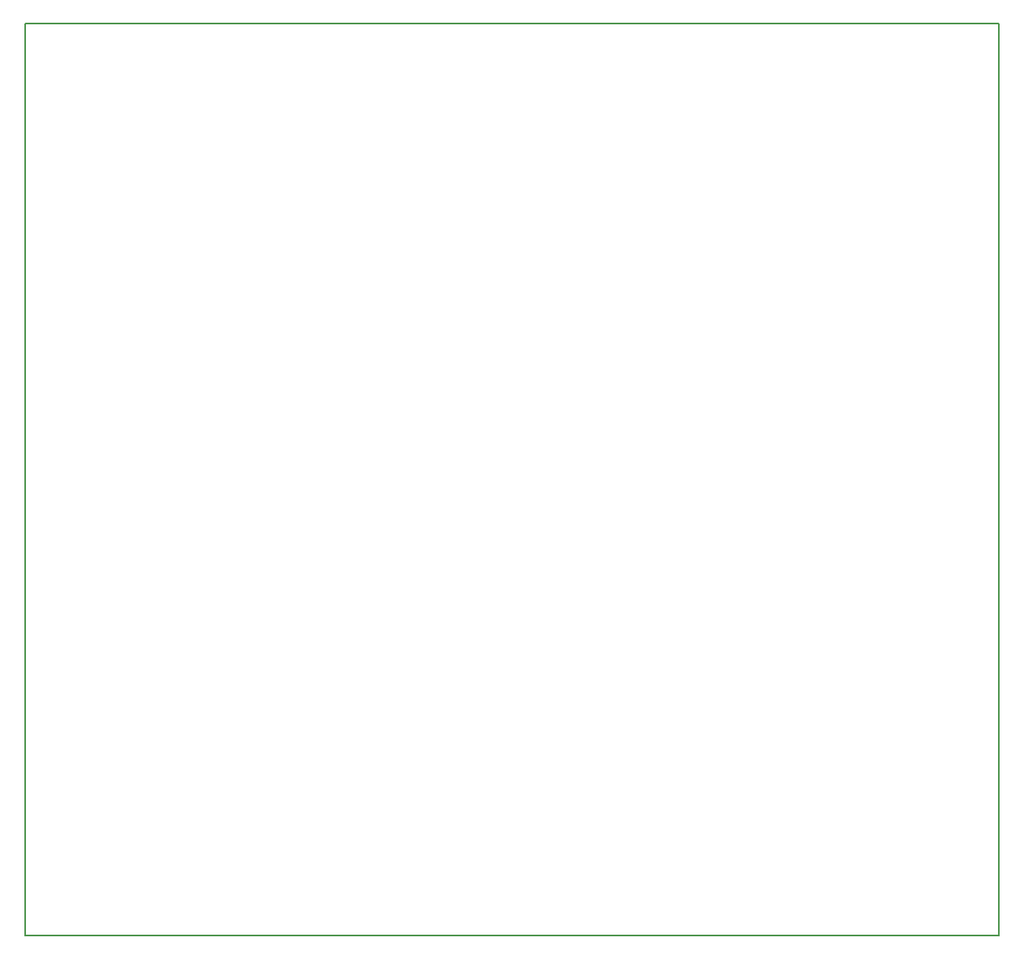
<source format=gbr>
G04 DipTrace 3.3.1.3*
G04 BoardOutline.gbr*
%MOIN*%
G04 #@! TF.FileFunction,Profile*
G04 #@! TF.Part,Single*
%ADD11C,0.005512*%
%FSLAX26Y26*%
G04*
G70*
G90*
G75*
G01*
G04 BoardOutline*
%LPD*%
X393700Y393700D2*
D11*
Y4143700D1*
X4393700D1*
Y393700D1*
X393700D1*
M02*

</source>
